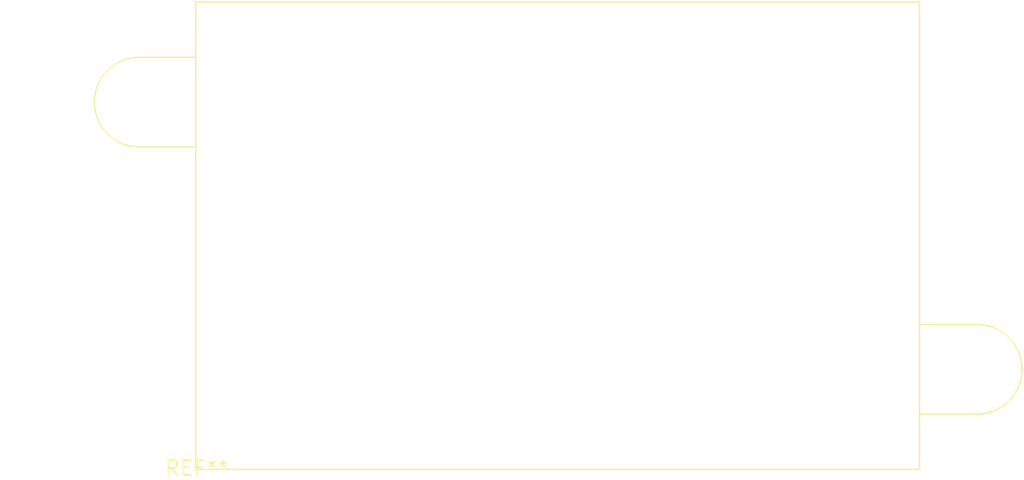
<source format=kicad_pcb>
(kicad_pcb (version 20240108) (generator pcbnew)
  (layers (0 "F.Cu" signal) (31 "B.Cu" signal) (34 "B.Paste" user) (35 "F.Paste" user) (36 "B.SilkS" user "B.Silkscreen") (37 "F.SilkS" user "F.Silkscreen") (38 "B.Mask" user) (39 "F.Mask" user) (44 "Edge.Cuts" user))
  (net 0 "")
  (footprint "Heatsink_62x40mm_2xFixation3mm" (layer "F.Cu") (at 0 0)
    (property "Reference" "REF**")
    (property "Value" "Heatsink_62x40mm_2xFixation3mm")
    (fp_line (start -4.953 -35.346) (end -0.103 -35.346) (layer "F.SilkS") (stroke (width 0.12)))
    (fp_line (start -0.103 -27.646) (end -4.953 -27.646) (layer "F.SilkS") (stroke (width 0.12)))
    (fp_line (start -0.1 -40.1) (end -0.1 0.1) (layer "F.SilkS") (stroke (width 0.12)))
    (fp_line (start -0.1 0.1) (end 62.1 0.1) (layer "F.SilkS") (stroke (width 0.12)))
    (fp_line (start 62.1 -40.1) (end -0.1 -40.1) (layer "F.SilkS") (stroke (width 0.12)))
    (fp_line (start 62.1 0.1) (end 62.1 -40.1) (layer "F.SilkS") (stroke (width 0.12)))
    (fp_line (start 67.056 -12.359) (end 62.106 -12.359) (layer "F.SilkS") (stroke (width 0.12)))
    (fp_line (start 67.056 -4.659) (end 62.106 -4.659) (layer "F.SilkS") (stroke (width 0.12)))
    (fp_arc (start -4.953 -27.646) (mid -8.803 -31.496) (end -4.953 -35.346) (layer "F.SilkS") (stroke (width 0.12)))
    (fp_arc (start 67.056 -12.359) (mid 70.906 -8.509) (end 67.056 -4.659) (layer "F.SilkS") (stroke (width 0.12)))
    (pad "1" thru_hole circle (at -4.953 -31.496) (size 6.49732 6.49732) (drill 3.0988) (layers *.Cu *.Mask) (remove_unused_layers))
    (pad "1" thru_hole circle (at 67.056 -8.509) (size 6.49732 6.49732) (drill 3.0988) (layers *.Cu *.Mask) (remove_unused_layers))
  )
)
</source>
